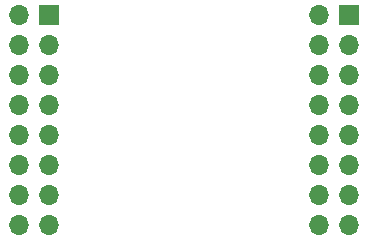
<source format=gbr>
G04 #@! TF.GenerationSoftware,KiCad,Pcbnew,7.0.0*
G04 #@! TF.CreationDate,2024-03-13T15:51:31+01:00*
G04 #@! TF.ProjectId,breakoutBoard_extended,62726561-6b6f-4757-9442-6f6172645f65,rev?*
G04 #@! TF.SameCoordinates,Original*
G04 #@! TF.FileFunction,Soldermask,Bot*
G04 #@! TF.FilePolarity,Negative*
%FSLAX46Y46*%
G04 Gerber Fmt 4.6, Leading zero omitted, Abs format (unit mm)*
G04 Created by KiCad (PCBNEW 7.0.0) date 2024-03-13 15:51:31*
%MOMM*%
%LPD*%
G01*
G04 APERTURE LIST*
%ADD10R,1.700000X1.700000*%
%ADD11O,1.700000X1.700000*%
G04 APERTURE END LIST*
D10*
X45973999Y-33400999D03*
D11*
X43433999Y-33400999D03*
X45973999Y-35940999D03*
X43433999Y-35940999D03*
X45973999Y-38480999D03*
X43433999Y-38480999D03*
X45973999Y-41020999D03*
X43433999Y-41020999D03*
X45973999Y-43560999D03*
X43433999Y-43560999D03*
X45973999Y-46100999D03*
X43433999Y-46100999D03*
X45973999Y-48640999D03*
X43433999Y-48640999D03*
X45973999Y-51180999D03*
X43433999Y-51180999D03*
D10*
X71373999Y-33400999D03*
D11*
X68833999Y-33400999D03*
X71373999Y-35940999D03*
X68833999Y-35940999D03*
X71373999Y-38480999D03*
X68833999Y-38480999D03*
X71373999Y-41020999D03*
X68833999Y-41020999D03*
X71373999Y-43560999D03*
X68833999Y-43560999D03*
X71373999Y-46100999D03*
X68833999Y-46100999D03*
X71373999Y-48640999D03*
X68833999Y-48640999D03*
X71373999Y-51180999D03*
X68833999Y-51180999D03*
M02*

</source>
